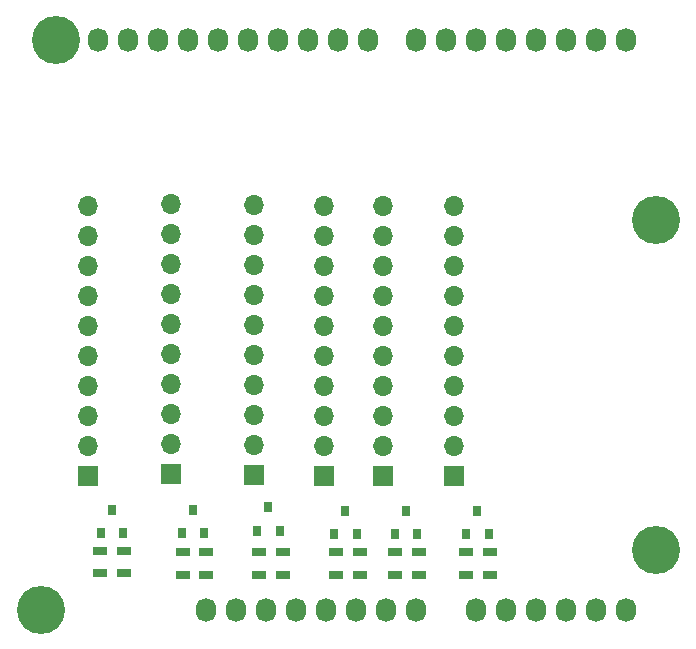
<source format=gbr>
G04 #@! TF.FileFunction,Soldermask,Bot*
%FSLAX46Y46*%
G04 Gerber Fmt 4.6, Leading zero omitted, Abs format (unit mm)*
G04 Created by KiCad (PCBNEW 4.0.7) date 12/04/17 16:46:56*
%MOMM*%
%LPD*%
G01*
G04 APERTURE LIST*
%ADD10C,0.100000*%
%ADD11O,1.727200X2.032000*%
%ADD12C,4.064000*%
%ADD13R,0.800000X0.900000*%
%ADD14R,1.300000X0.700000*%
%ADD15R,1.700000X1.700000*%
%ADD16O,1.700000X1.700000*%
G04 APERTURE END LIST*
D10*
D11*
X138938000Y-123825000D03*
X141478000Y-123825000D03*
X144018000Y-123825000D03*
X146558000Y-123825000D03*
X149098000Y-123825000D03*
X151638000Y-123825000D03*
X154178000Y-123825000D03*
X156718000Y-123825000D03*
X161798000Y-123825000D03*
X164338000Y-123825000D03*
X166878000Y-123825000D03*
X169418000Y-123825000D03*
X171958000Y-123825000D03*
X174498000Y-123825000D03*
X129794000Y-75565000D03*
X132334000Y-75565000D03*
X134874000Y-75565000D03*
X137414000Y-75565000D03*
X139954000Y-75565000D03*
X142494000Y-75565000D03*
X145034000Y-75565000D03*
X147574000Y-75565000D03*
X150114000Y-75565000D03*
X152654000Y-75565000D03*
X156718000Y-75565000D03*
X159258000Y-75565000D03*
X161798000Y-75565000D03*
X164338000Y-75565000D03*
X166878000Y-75565000D03*
X169418000Y-75565000D03*
X171958000Y-75565000D03*
X174498000Y-75565000D03*
D12*
X124968000Y-123825000D03*
X177038000Y-118745000D03*
X126238000Y-75565000D03*
X177038000Y-90805000D03*
D13*
X156872782Y-117465000D03*
X154972782Y-117465000D03*
X155922782Y-115465000D03*
X162897228Y-117465000D03*
X160997228Y-117465000D03*
X161947228Y-115465000D03*
D14*
X156998000Y-118965000D03*
X156998000Y-120865000D03*
X162998000Y-118965000D03*
X162998000Y-120865000D03*
X154998000Y-118965000D03*
X154998000Y-120865000D03*
X160998000Y-118965000D03*
X160998000Y-120865000D03*
D13*
X131948000Y-117365000D03*
X130048000Y-117365000D03*
X130998000Y-115365000D03*
X138802770Y-117365000D03*
X136902770Y-117365000D03*
X137852770Y-115365000D03*
X145199448Y-117165000D03*
X143299448Y-117165000D03*
X144249448Y-115165000D03*
X151720610Y-117465000D03*
X149820610Y-117465000D03*
X150770610Y-115465000D03*
D14*
X131998000Y-118865000D03*
X131998000Y-120765000D03*
X138998000Y-118965000D03*
X138998000Y-120865000D03*
X129998000Y-118865000D03*
X129998000Y-120765000D03*
X136998000Y-118965000D03*
X136998000Y-120865000D03*
X145498000Y-118965000D03*
X145498000Y-120865000D03*
X151998000Y-118965000D03*
X151998000Y-120865000D03*
X143498000Y-118965000D03*
X143498000Y-120865000D03*
X149998000Y-118965000D03*
X149998000Y-120865000D03*
D15*
X128998000Y-112525000D03*
D16*
X128998000Y-109985000D03*
X128998000Y-107445000D03*
X128998000Y-104905000D03*
X128998000Y-102365000D03*
X128998000Y-99825000D03*
X128998000Y-97285000D03*
X128998000Y-94745000D03*
X128998000Y-92205000D03*
X128998000Y-89665000D03*
D15*
X135998000Y-112365000D03*
D16*
X135998000Y-109825000D03*
X135998000Y-107285000D03*
X135998000Y-104745000D03*
X135998000Y-102205000D03*
X135998000Y-99665000D03*
X135998000Y-97125000D03*
X135998000Y-94585000D03*
X135998000Y-92045000D03*
X135998000Y-89505000D03*
D15*
X142998000Y-112425000D03*
D16*
X142998000Y-109885000D03*
X142998000Y-107345000D03*
X142998000Y-104805000D03*
X142998000Y-102265000D03*
X142998000Y-99725000D03*
X142998000Y-97185000D03*
X142998000Y-94645000D03*
X142998000Y-92105000D03*
X142998000Y-89565000D03*
D15*
X148998000Y-112525000D03*
D16*
X148998000Y-109985000D03*
X148998000Y-107445000D03*
X148998000Y-104905000D03*
X148998000Y-102365000D03*
X148998000Y-99825000D03*
X148998000Y-97285000D03*
X148998000Y-94745000D03*
X148998000Y-92205000D03*
X148998000Y-89665000D03*
D15*
X153998000Y-112525000D03*
D16*
X153998000Y-109985000D03*
X153998000Y-107445000D03*
X153998000Y-104905000D03*
X153998000Y-102365000D03*
X153998000Y-99825000D03*
X153998000Y-97285000D03*
X153998000Y-94745000D03*
X153998000Y-92205000D03*
X153998000Y-89665000D03*
D15*
X159998000Y-112525000D03*
D16*
X159998000Y-109985000D03*
X159998000Y-107445000D03*
X159998000Y-104905000D03*
X159998000Y-102365000D03*
X159998000Y-99825000D03*
X159998000Y-97285000D03*
X159998000Y-94745000D03*
X159998000Y-92205000D03*
X159998000Y-89665000D03*
M02*

</source>
